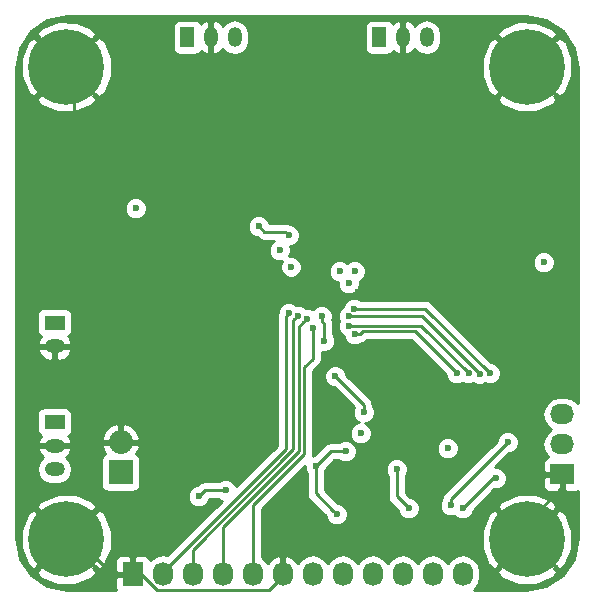
<source format=gbl>
G04 #@! TF.FileFunction,Copper,L2,Bot,Signal*
%FSLAX46Y46*%
G04 Gerber Fmt 4.6, Leading zero omitted, Abs format (unit mm)*
G04 Created by KiCad (PCBNEW 4.0.4-stable) date 11/14/16 21:20:41*
%MOMM*%
%LPD*%
G01*
G04 APERTURE LIST*
%ADD10C,0.100000*%
%ADD11R,1.700000X1.200000*%
%ADD12O,1.700000X1.200000*%
%ADD13R,2.032000X1.727200*%
%ADD14O,2.032000X1.727200*%
%ADD15R,2.032000X2.032000*%
%ADD16O,2.032000X2.032000*%
%ADD17R,1.200000X1.700000*%
%ADD18O,1.200000X1.700000*%
%ADD19C,6.400000*%
%ADD20C,0.600000*%
%ADD21R,1.727200X2.032000*%
%ADD22O,1.727200X2.032000*%
%ADD23C,0.250000*%
%ADD24C,0.254000*%
G04 APERTURE END LIST*
D10*
D11*
X48006000Y-39656000D03*
D12*
X48006000Y-41656000D03*
D11*
X48006000Y-48070000D03*
D12*
X48006000Y-50070000D03*
X48006000Y-52070000D03*
D13*
X91000000Y-52500000D03*
D14*
X91000000Y-49960000D03*
X91000000Y-47420000D03*
D15*
X53594000Y-52324000D03*
D16*
X53594000Y-49784000D03*
D17*
X59250000Y-15500000D03*
D18*
X61250000Y-15500000D03*
X63250000Y-15500000D03*
D17*
X75500000Y-15500000D03*
D18*
X77500000Y-15500000D03*
X79500000Y-15500000D03*
D19*
X88000000Y-58000000D03*
D20*
X90400000Y-58000000D03*
X89697056Y-59697056D03*
X88000000Y-60400000D03*
X86302944Y-59697056D03*
X85600000Y-58000000D03*
X86302944Y-56302944D03*
X88000000Y-55600000D03*
X89697056Y-56302944D03*
D19*
X49000000Y-58000000D03*
D20*
X51400000Y-58000000D03*
X50697056Y-59697056D03*
X49000000Y-60400000D03*
X47302944Y-59697056D03*
X46600000Y-58000000D03*
X47302944Y-56302944D03*
X49000000Y-55600000D03*
X50697056Y-56302944D03*
D19*
X88000000Y-18000000D03*
D20*
X90400000Y-18000000D03*
X89697056Y-19697056D03*
X88000000Y-20400000D03*
X86302944Y-19697056D03*
X85600000Y-18000000D03*
X86302944Y-16302944D03*
X88000000Y-15600000D03*
X89697056Y-16302944D03*
D19*
X49000000Y-18000000D03*
D20*
X51400000Y-18000000D03*
X50697056Y-19697056D03*
X49000000Y-20400000D03*
X47302944Y-19697056D03*
X46600000Y-18000000D03*
X47302944Y-16302944D03*
X49000000Y-15600000D03*
X50697056Y-16302944D03*
D21*
X54610000Y-60960000D03*
D22*
X57150000Y-60960000D03*
X59690000Y-60960000D03*
X62230000Y-60960000D03*
X64770000Y-60960000D03*
X67310000Y-60960000D03*
X69850000Y-60960000D03*
X72390000Y-60960000D03*
X74930000Y-60960000D03*
X77470000Y-60960000D03*
X80010000Y-60960000D03*
X82550000Y-60960000D03*
D20*
X48514000Y-31242000D03*
X71882000Y-37592000D03*
X56388000Y-51054000D03*
X66040000Y-34544000D03*
X68072000Y-37592000D03*
X73936231Y-33817667D03*
X59944008Y-41656000D03*
X62483994Y-35560000D03*
X81025984Y-35306000D03*
X82295992Y-30734000D03*
X50038000Y-22352000D03*
X49276000Y-22352000D03*
X48514000Y-22352000D03*
X47752000Y-22352000D03*
X46990000Y-22352000D03*
X46990000Y-23114000D03*
X47752000Y-23114000D03*
X48514000Y-23114000D03*
X49276000Y-23114000D03*
X50038000Y-23114000D03*
X50038000Y-23876000D03*
X49276000Y-23876000D03*
X48514000Y-23876000D03*
X47752000Y-23876000D03*
X46990000Y-23876000D03*
X86106000Y-42926000D03*
X73660000Y-37084000D03*
X75692000Y-27803010D03*
X76999948Y-30734000D03*
X80772000Y-27432000D03*
X70866000Y-35051978D03*
X66040000Y-41656000D03*
X74930000Y-41402000D03*
X79248000Y-49276000D03*
X75184000Y-50546000D03*
X73152000Y-18796000D03*
X81788000Y-19050000D03*
X59944000Y-44958000D03*
X59944000Y-46228000D03*
X59944000Y-48514000D03*
X65278000Y-19050000D03*
X57150000Y-19050000D03*
X61214000Y-28194000D03*
X57150000Y-45212000D03*
X57150000Y-31750000D03*
X54864000Y-27686000D03*
X49784000Y-34036000D03*
X72898000Y-36322000D03*
X86360000Y-49784000D03*
X68029576Y-34956387D03*
X67056000Y-33528000D03*
X71882000Y-55880000D03*
X70104000Y-51816000D03*
X60198000Y-54356000D03*
X62484004Y-53848000D03*
X70844902Y-41199999D03*
X72136003Y-35305997D03*
X70612000Y-39116000D03*
X89408000Y-34544000D03*
X73406000Y-35306000D03*
X81534000Y-55118000D03*
X81280000Y-50292000D03*
X72644000Y-50546000D03*
X73914000Y-49022000D03*
X54864000Y-29972000D03*
X67817984Y-38862000D03*
X68588651Y-39076796D03*
X69346417Y-39333331D03*
X69850000Y-40131998D03*
X85344000Y-52832000D03*
X71764990Y-44196000D03*
X74168004Y-47244000D03*
X82550000Y-55372000D03*
X76962000Y-52070000D03*
X77978000Y-55372000D03*
X82042000Y-43942000D03*
X73406000Y-40640000D03*
X72897992Y-39916011D03*
X83058000Y-43942000D03*
X72898006Y-39116000D03*
X83994056Y-43983941D03*
X73376236Y-38474664D03*
X84836000Y-43942000D03*
X65278000Y-31496000D03*
X67818000Y-32258000D03*
D23*
X49000000Y-18000000D02*
X49000000Y-18925002D01*
X49000000Y-18925002D02*
X49625001Y-19550003D01*
X49625001Y-19550003D02*
X49625001Y-22002999D01*
X49625001Y-22002999D02*
X49575999Y-22052001D01*
X49575999Y-22052001D02*
X49276000Y-22352000D01*
X49000000Y-58000000D02*
X49925002Y-58000000D01*
X49925002Y-58000000D02*
X52885002Y-60960000D01*
X53496400Y-60960000D02*
X54610000Y-60960000D01*
X52885002Y-60960000D02*
X53496400Y-60960000D01*
X88000000Y-58000000D02*
X88625001Y-57374999D01*
X88625001Y-57374999D02*
X88625001Y-55988599D01*
X88625001Y-55988599D02*
X91000000Y-53613600D01*
X91000000Y-53613600D02*
X91000000Y-52500000D01*
X54610000Y-60960000D02*
X55316652Y-60960000D01*
X55316652Y-60960000D02*
X56657662Y-62301010D01*
X56657662Y-62301010D02*
X66121390Y-62301010D01*
X66121390Y-62301010D02*
X67310000Y-61112400D01*
X67310000Y-61112400D02*
X67310000Y-60960000D01*
X81534000Y-55118000D02*
X81534000Y-54610000D01*
X81534000Y-54610000D02*
X86360000Y-49784000D01*
X70104000Y-54102000D02*
X71582001Y-55580001D01*
X71582001Y-55580001D02*
X71882000Y-55880000D01*
X70104000Y-51816000D02*
X70104000Y-54102000D01*
X72644000Y-50546000D02*
X71374000Y-50546000D01*
X71374000Y-50546000D02*
X70104000Y-51816000D01*
X62484004Y-53848000D02*
X60706000Y-53848000D01*
X60706000Y-53848000D02*
X60198000Y-54356000D01*
X70844902Y-39773166D02*
X70844902Y-41199999D01*
X70612000Y-39540264D02*
X70844902Y-39773166D01*
X70612000Y-39116000D02*
X70612000Y-39540264D01*
X67580889Y-39099095D02*
X67817984Y-38862000D01*
X57150000Y-60807600D02*
X67580889Y-50376711D01*
X57150000Y-60960000D02*
X57150000Y-60807600D01*
X67580889Y-50376711D02*
X67580889Y-39099095D01*
X68222011Y-39443436D02*
X68288652Y-39376795D01*
X59690000Y-60960000D02*
X59690000Y-58904010D01*
X59690000Y-58904010D02*
X68222011Y-50371999D01*
X68222011Y-50371999D02*
X68222011Y-39443436D01*
X68288652Y-39376795D02*
X68588651Y-39076796D01*
X68672020Y-50558400D02*
X68672020Y-40007728D01*
X69046418Y-39633330D02*
X69346417Y-39333331D01*
X62230000Y-60960000D02*
X62230000Y-57000420D01*
X62230000Y-57000420D02*
X68672020Y-50558400D01*
X68672020Y-40007728D02*
X69046418Y-39633330D01*
X69122030Y-50765970D02*
X64770000Y-55118000D01*
X64770000Y-55118000D02*
X64770000Y-60960000D01*
X69850000Y-42706030D02*
X69122030Y-43434000D01*
X69122030Y-43434000D02*
X69122030Y-50765970D01*
X69850000Y-40131998D02*
X69850000Y-42706030D01*
X85090000Y-52832000D02*
X85344000Y-52832000D01*
X82550000Y-55372000D02*
X85090000Y-52832000D01*
X72064989Y-44495999D02*
X71764990Y-44196000D01*
X74168004Y-46599014D02*
X72064989Y-44495999D01*
X74168004Y-47244000D02*
X74168004Y-46599014D01*
X77978000Y-55372000D02*
X76962000Y-54356000D01*
X76962000Y-54356000D02*
X76962000Y-52070000D01*
X74083242Y-40387022D02*
X78487022Y-40387022D01*
X78487022Y-40387022D02*
X82042000Y-43942000D01*
X73406000Y-40640000D02*
X73830264Y-40640000D01*
X73830264Y-40640000D02*
X74083242Y-40387022D01*
X79032011Y-39916011D02*
X73322256Y-39916011D01*
X83058000Y-43942000D02*
X79032011Y-39916011D01*
X73322256Y-39916011D02*
X72897992Y-39916011D01*
X73322270Y-39116000D02*
X72898006Y-39116000D01*
X79126115Y-39116000D02*
X73322270Y-39116000D01*
X83994056Y-43983941D02*
X79126115Y-39116000D01*
X84836000Y-43942000D02*
X79368664Y-38474664D01*
X73800500Y-38474664D02*
X73376236Y-38474664D01*
X79368664Y-38474664D02*
X73800500Y-38474664D01*
X65740001Y-31958001D02*
X65278000Y-31496000D01*
X67818000Y-32258000D02*
X67518001Y-31958001D01*
X67518001Y-31958001D02*
X65740001Y-31958001D01*
D24*
G36*
X89636390Y-14049408D02*
X91023654Y-14976349D01*
X91950592Y-16363610D01*
X92290000Y-18069931D01*
X92290000Y-46428553D01*
X92244415Y-46360330D01*
X91758234Y-46035474D01*
X91184745Y-45921400D01*
X90815255Y-45921400D01*
X90241766Y-46035474D01*
X89755585Y-46360330D01*
X89430729Y-46846511D01*
X89316655Y-47420000D01*
X89430729Y-47993489D01*
X89755585Y-48479670D01*
X90070366Y-48690000D01*
X89755585Y-48900330D01*
X89430729Y-49386511D01*
X89316655Y-49960000D01*
X89430729Y-50533489D01*
X89755585Y-51019670D01*
X89777780Y-51034500D01*
X89624302Y-51098073D01*
X89445673Y-51276701D01*
X89349000Y-51510090D01*
X89349000Y-52214250D01*
X89507750Y-52373000D01*
X90873000Y-52373000D01*
X90873000Y-52353000D01*
X91127000Y-52353000D01*
X91127000Y-52373000D01*
X91147000Y-52373000D01*
X91147000Y-52627000D01*
X91127000Y-52627000D01*
X91127000Y-53839850D01*
X91285750Y-53998600D01*
X92142309Y-53998600D01*
X92290000Y-53937424D01*
X92290000Y-57930069D01*
X91950592Y-59636390D01*
X91023654Y-61023651D01*
X89636390Y-61950592D01*
X87930069Y-62290000D01*
X83481583Y-62290000D01*
X83609670Y-62204415D01*
X83934526Y-61718234D01*
X84048600Y-61144745D01*
X84048600Y-60775255D01*
X83934526Y-60201766D01*
X83609670Y-59715585D01*
X83123489Y-59390729D01*
X82550000Y-59276655D01*
X81976511Y-59390729D01*
X81490330Y-59715585D01*
X81280000Y-60030366D01*
X81069670Y-59715585D01*
X80583489Y-59390729D01*
X80010000Y-59276655D01*
X79436511Y-59390729D01*
X78950330Y-59715585D01*
X78740000Y-60030366D01*
X78529670Y-59715585D01*
X78043489Y-59390729D01*
X77470000Y-59276655D01*
X76896511Y-59390729D01*
X76410330Y-59715585D01*
X76200000Y-60030366D01*
X75989670Y-59715585D01*
X75503489Y-59390729D01*
X74930000Y-59276655D01*
X74356511Y-59390729D01*
X73870330Y-59715585D01*
X73660000Y-60030366D01*
X73449670Y-59715585D01*
X72963489Y-59390729D01*
X72390000Y-59276655D01*
X71816511Y-59390729D01*
X71330330Y-59715585D01*
X71120000Y-60030366D01*
X70909670Y-59715585D01*
X70423489Y-59390729D01*
X69850000Y-59276655D01*
X69276511Y-59390729D01*
X68790330Y-59715585D01*
X68583539Y-60025069D01*
X68212036Y-59609268D01*
X67684791Y-59355291D01*
X67669026Y-59352642D01*
X67437000Y-59473783D01*
X67437000Y-60833000D01*
X67457000Y-60833000D01*
X67457000Y-61087000D01*
X67437000Y-61087000D01*
X67437000Y-61107000D01*
X67183000Y-61107000D01*
X67183000Y-61087000D01*
X67163000Y-61087000D01*
X67163000Y-60833000D01*
X67183000Y-60833000D01*
X67183000Y-59473783D01*
X66950974Y-59352642D01*
X66935209Y-59355291D01*
X66407964Y-59609268D01*
X66036461Y-60025069D01*
X65829670Y-59715585D01*
X65530000Y-59515352D01*
X65530000Y-58736793D01*
X84159913Y-58736793D01*
X84734181Y-60150246D01*
X84763657Y-60194360D01*
X85259090Y-60561305D01*
X85552075Y-60268320D01*
X85731523Y-60448082D01*
X85438695Y-60740910D01*
X85805640Y-61236343D01*
X87211171Y-61829736D01*
X88736793Y-61840087D01*
X90150246Y-61265819D01*
X90194360Y-61236343D01*
X90561305Y-60740910D01*
X90268320Y-60447925D01*
X90448082Y-60268477D01*
X90740910Y-60561305D01*
X91236343Y-60194360D01*
X91829736Y-58788829D01*
X91840087Y-57263207D01*
X91265819Y-55849754D01*
X91236343Y-55805640D01*
X90740910Y-55438695D01*
X90447925Y-55731680D01*
X90268477Y-55551918D01*
X90561305Y-55259090D01*
X90194360Y-54763657D01*
X88788829Y-54170264D01*
X87263207Y-54159913D01*
X85849754Y-54734181D01*
X85805640Y-54763657D01*
X85438695Y-55259090D01*
X85731680Y-55552075D01*
X85551918Y-55731523D01*
X85259090Y-55438695D01*
X84763657Y-55805640D01*
X84170264Y-57211171D01*
X84159913Y-58736793D01*
X65530000Y-58736793D01*
X65530000Y-55432802D01*
X69169019Y-51793783D01*
X69168838Y-52001167D01*
X69310883Y-52344943D01*
X69344000Y-52378118D01*
X69344000Y-54102000D01*
X69401852Y-54392839D01*
X69566599Y-54639401D01*
X70946878Y-56019680D01*
X70946838Y-56065167D01*
X71088883Y-56408943D01*
X71351673Y-56672192D01*
X71695201Y-56814838D01*
X72067167Y-56815162D01*
X72410943Y-56673117D01*
X72674192Y-56410327D01*
X72816838Y-56066799D01*
X72817162Y-55694833D01*
X72675117Y-55351057D01*
X72412327Y-55087808D01*
X72068799Y-54945162D01*
X72021923Y-54945121D01*
X70864000Y-53787198D01*
X70864000Y-52378463D01*
X70896192Y-52346327D01*
X70934045Y-52255167D01*
X76026838Y-52255167D01*
X76168883Y-52598943D01*
X76202000Y-52632118D01*
X76202000Y-54356000D01*
X76259852Y-54646839D01*
X76424599Y-54893401D01*
X77042878Y-55511680D01*
X77042838Y-55557167D01*
X77184883Y-55900943D01*
X77447673Y-56164192D01*
X77791201Y-56306838D01*
X78163167Y-56307162D01*
X78506943Y-56165117D01*
X78770192Y-55902327D01*
X78912838Y-55558799D01*
X78913060Y-55303167D01*
X80598838Y-55303167D01*
X80740883Y-55646943D01*
X81003673Y-55910192D01*
X81347201Y-56052838D01*
X81719167Y-56053162D01*
X81853449Y-55997678D01*
X82019673Y-56164192D01*
X82363201Y-56306838D01*
X82735167Y-56307162D01*
X83078943Y-56165117D01*
X83342192Y-55902327D01*
X83484838Y-55558799D01*
X83484879Y-55511923D01*
X85229901Y-53766901D01*
X85529167Y-53767162D01*
X85872943Y-53625117D01*
X86136192Y-53362327D01*
X86278838Y-53018799D01*
X86279040Y-52785750D01*
X89349000Y-52785750D01*
X89349000Y-53489910D01*
X89445673Y-53723299D01*
X89624302Y-53901927D01*
X89857691Y-53998600D01*
X90714250Y-53998600D01*
X90873000Y-53839850D01*
X90873000Y-52627000D01*
X89507750Y-52627000D01*
X89349000Y-52785750D01*
X86279040Y-52785750D01*
X86279162Y-52646833D01*
X86137117Y-52303057D01*
X85874327Y-52039808D01*
X85530799Y-51897162D01*
X85321822Y-51896980D01*
X86499680Y-50719122D01*
X86545167Y-50719162D01*
X86888943Y-50577117D01*
X87152192Y-50314327D01*
X87294838Y-49970799D01*
X87295162Y-49598833D01*
X87153117Y-49255057D01*
X86890327Y-48991808D01*
X86546799Y-48849162D01*
X86174833Y-48848838D01*
X85831057Y-48990883D01*
X85567808Y-49253673D01*
X85425162Y-49597201D01*
X85425121Y-49644077D01*
X80996599Y-54072599D01*
X80831852Y-54319161D01*
X80787518Y-54542043D01*
X80741808Y-54587673D01*
X80599162Y-54931201D01*
X80598838Y-55303167D01*
X78913060Y-55303167D01*
X78913162Y-55186833D01*
X78771117Y-54843057D01*
X78508327Y-54579808D01*
X78164799Y-54437162D01*
X78117923Y-54437121D01*
X77722000Y-54041198D01*
X77722000Y-52632463D01*
X77754192Y-52600327D01*
X77896838Y-52256799D01*
X77897162Y-51884833D01*
X77755117Y-51541057D01*
X77492327Y-51277808D01*
X77148799Y-51135162D01*
X76776833Y-51134838D01*
X76433057Y-51276883D01*
X76169808Y-51539673D01*
X76027162Y-51883201D01*
X76026838Y-52255167D01*
X70934045Y-52255167D01*
X71038838Y-52002799D01*
X71038879Y-51955923D01*
X71688802Y-51306000D01*
X72081537Y-51306000D01*
X72113673Y-51338192D01*
X72457201Y-51480838D01*
X72829167Y-51481162D01*
X73172943Y-51339117D01*
X73436192Y-51076327D01*
X73578838Y-50732799D01*
X73579060Y-50477167D01*
X80344838Y-50477167D01*
X80486883Y-50820943D01*
X80749673Y-51084192D01*
X81093201Y-51226838D01*
X81465167Y-51227162D01*
X81808943Y-51085117D01*
X82072192Y-50822327D01*
X82214838Y-50478799D01*
X82215162Y-50106833D01*
X82073117Y-49763057D01*
X81810327Y-49499808D01*
X81466799Y-49357162D01*
X81094833Y-49356838D01*
X80751057Y-49498883D01*
X80487808Y-49761673D01*
X80345162Y-50105201D01*
X80344838Y-50477167D01*
X73579060Y-50477167D01*
X73579162Y-50360833D01*
X73437117Y-50017057D01*
X73174327Y-49753808D01*
X72830799Y-49611162D01*
X72458833Y-49610838D01*
X72115057Y-49752883D01*
X72081882Y-49786000D01*
X71374000Y-49786000D01*
X71083160Y-49843852D01*
X70836599Y-50008599D01*
X69964320Y-50880878D01*
X69918833Y-50880838D01*
X69853839Y-50907693D01*
X69882030Y-50765970D01*
X69882030Y-44381167D01*
X70829828Y-44381167D01*
X70971873Y-44724943D01*
X71234663Y-44988192D01*
X71578191Y-45130838D01*
X71625067Y-45130879D01*
X73326534Y-46832346D01*
X73233166Y-47057201D01*
X73232842Y-47429167D01*
X73374887Y-47772943D01*
X73637677Y-48036192D01*
X73759710Y-48086865D01*
X73728833Y-48086838D01*
X73385057Y-48228883D01*
X73121808Y-48491673D01*
X72979162Y-48835201D01*
X72978838Y-49207167D01*
X73120883Y-49550943D01*
X73383673Y-49814192D01*
X73727201Y-49956838D01*
X74099167Y-49957162D01*
X74442943Y-49815117D01*
X74706192Y-49552327D01*
X74848838Y-49208799D01*
X74849162Y-48836833D01*
X74707117Y-48493057D01*
X74444327Y-48229808D01*
X74322294Y-48179135D01*
X74353171Y-48179162D01*
X74696947Y-48037117D01*
X74960196Y-47774327D01*
X75102842Y-47430799D01*
X75103166Y-47058833D01*
X74961121Y-46715057D01*
X74928004Y-46681882D01*
X74928004Y-46599014D01*
X74898539Y-46450883D01*
X74870152Y-46308174D01*
X74705405Y-46061613D01*
X72700112Y-44056320D01*
X72700152Y-44010833D01*
X72558107Y-43667057D01*
X72295317Y-43403808D01*
X71951789Y-43261162D01*
X71579823Y-43260838D01*
X71236047Y-43402883D01*
X70972798Y-43665673D01*
X70830152Y-44009201D01*
X70829828Y-44381167D01*
X69882030Y-44381167D01*
X69882030Y-43748802D01*
X70387401Y-43243431D01*
X70552148Y-42996869D01*
X70610000Y-42706030D01*
X70610000Y-42114863D01*
X70658103Y-42134837D01*
X71030069Y-42135161D01*
X71373845Y-41993116D01*
X71637094Y-41730326D01*
X71779740Y-41386798D01*
X71780064Y-41014832D01*
X71638019Y-40671056D01*
X71604902Y-40637881D01*
X71604902Y-40101178D01*
X71962830Y-40101178D01*
X72104875Y-40444954D01*
X72367665Y-40708203D01*
X72470903Y-40751071D01*
X72470838Y-40825167D01*
X72612883Y-41168943D01*
X72875673Y-41432192D01*
X73219201Y-41574838D01*
X73591167Y-41575162D01*
X73934943Y-41433117D01*
X74002422Y-41365755D01*
X74121103Y-41342148D01*
X74367665Y-41177401D01*
X74398044Y-41147022D01*
X78172220Y-41147022D01*
X81106878Y-44081680D01*
X81106838Y-44127167D01*
X81248883Y-44470943D01*
X81511673Y-44734192D01*
X81855201Y-44876838D01*
X82227167Y-44877162D01*
X82550371Y-44743617D01*
X82871201Y-44876838D01*
X83243167Y-44877162D01*
X83475673Y-44781093D01*
X83807257Y-44918779D01*
X84179223Y-44919103D01*
X84465811Y-44800687D01*
X84649201Y-44876838D01*
X85021167Y-44877162D01*
X85364943Y-44735117D01*
X85628192Y-44472327D01*
X85770838Y-44128799D01*
X85771162Y-43756833D01*
X85629117Y-43413057D01*
X85366327Y-43149808D01*
X85022799Y-43007162D01*
X84975923Y-43007121D01*
X79906065Y-37937263D01*
X79659503Y-37772516D01*
X79368664Y-37714664D01*
X73938699Y-37714664D01*
X73906563Y-37682472D01*
X73563035Y-37539826D01*
X73191069Y-37539502D01*
X72847293Y-37681547D01*
X72584044Y-37944337D01*
X72441398Y-38287865D01*
X72441394Y-38292997D01*
X72369063Y-38322883D01*
X72105814Y-38585673D01*
X71963168Y-38929201D01*
X71962844Y-39301167D01*
X72051649Y-39516093D01*
X71963154Y-39729212D01*
X71962830Y-40101178D01*
X71604902Y-40101178D01*
X71604902Y-39773166D01*
X71591311Y-39704838D01*
X71547050Y-39482326D01*
X71500944Y-39413324D01*
X71546838Y-39302799D01*
X71547162Y-38930833D01*
X71405117Y-38587057D01*
X71142327Y-38323808D01*
X70798799Y-38181162D01*
X70426833Y-38180838D01*
X70083057Y-38322883D01*
X69868040Y-38537525D01*
X69533216Y-38398493D01*
X69232407Y-38398231D01*
X69118978Y-38284604D01*
X68775450Y-38141958D01*
X68420026Y-38141648D01*
X68348311Y-38069808D01*
X68004783Y-37927162D01*
X67632817Y-37926838D01*
X67289041Y-38068883D01*
X67025792Y-38331673D01*
X66883146Y-38675201D01*
X66883036Y-38801829D01*
X66878741Y-38808256D01*
X66820889Y-39099095D01*
X66820889Y-50061909D01*
X63360923Y-53521875D01*
X63277121Y-53319057D01*
X63014331Y-53055808D01*
X62670803Y-52913162D01*
X62298837Y-52912838D01*
X61955061Y-53054883D01*
X61921886Y-53088000D01*
X60706000Y-53088000D01*
X60415161Y-53145852D01*
X60176979Y-53305000D01*
X60168599Y-53310599D01*
X60058320Y-53420878D01*
X60012833Y-53420838D01*
X59669057Y-53562883D01*
X59405808Y-53825673D01*
X59263162Y-54169201D01*
X59262838Y-54541167D01*
X59404883Y-54884943D01*
X59667673Y-55148192D01*
X60011201Y-55290838D01*
X60383167Y-55291162D01*
X60726943Y-55149117D01*
X60990192Y-54886327D01*
X61105764Y-54608000D01*
X61921541Y-54608000D01*
X61953677Y-54640192D01*
X62157833Y-54724965D01*
X57530464Y-59352334D01*
X57150000Y-59276655D01*
X56576511Y-59390729D01*
X56090330Y-59715585D01*
X56075500Y-59737780D01*
X56011927Y-59584302D01*
X55833299Y-59405673D01*
X55599910Y-59309000D01*
X54895750Y-59309000D01*
X54737000Y-59467750D01*
X54737000Y-60833000D01*
X54757000Y-60833000D01*
X54757000Y-61087000D01*
X54737000Y-61087000D01*
X54737000Y-61107000D01*
X54483000Y-61107000D01*
X54483000Y-61087000D01*
X53270150Y-61087000D01*
X53111400Y-61245750D01*
X53111400Y-62102309D01*
X53189144Y-62290000D01*
X49069931Y-62290000D01*
X47363610Y-61950592D01*
X45976349Y-61023654D01*
X45049408Y-59636390D01*
X44870468Y-58736793D01*
X45159913Y-58736793D01*
X45734181Y-60150246D01*
X45763657Y-60194360D01*
X46259090Y-60561305D01*
X46552075Y-60268320D01*
X46731523Y-60448082D01*
X46438695Y-60740910D01*
X46805640Y-61236343D01*
X48211171Y-61829736D01*
X49736793Y-61840087D01*
X51150246Y-61265819D01*
X51194360Y-61236343D01*
X51561305Y-60740910D01*
X51268320Y-60447925D01*
X51448082Y-60268477D01*
X51740910Y-60561305D01*
X52236343Y-60194360D01*
X52395366Y-59817691D01*
X53111400Y-59817691D01*
X53111400Y-60674250D01*
X53270150Y-60833000D01*
X54483000Y-60833000D01*
X54483000Y-59467750D01*
X54324250Y-59309000D01*
X53620090Y-59309000D01*
X53386701Y-59405673D01*
X53208073Y-59584302D01*
X53111400Y-59817691D01*
X52395366Y-59817691D01*
X52829736Y-58788829D01*
X52840087Y-57263207D01*
X52265819Y-55849754D01*
X52236343Y-55805640D01*
X51740910Y-55438695D01*
X51447925Y-55731680D01*
X51268477Y-55551918D01*
X51561305Y-55259090D01*
X51194360Y-54763657D01*
X49788829Y-54170264D01*
X48263207Y-54159913D01*
X46849754Y-54734181D01*
X46805640Y-54763657D01*
X46438695Y-55259090D01*
X46731680Y-55552075D01*
X46551918Y-55731523D01*
X46259090Y-55438695D01*
X45763657Y-55805640D01*
X45170264Y-57211171D01*
X45159913Y-58736793D01*
X44870468Y-58736793D01*
X44710000Y-57930069D01*
X44710000Y-52070000D01*
X46491907Y-52070000D01*
X46585916Y-52542614D01*
X46853630Y-52943277D01*
X47254293Y-53210991D01*
X47726907Y-53305000D01*
X48285093Y-53305000D01*
X48757707Y-53210991D01*
X49158370Y-52943277D01*
X49426084Y-52542614D01*
X49520093Y-52070000D01*
X49426084Y-51597386D01*
X49232723Y-51308000D01*
X51930560Y-51308000D01*
X51930560Y-53340000D01*
X51974838Y-53575317D01*
X52113910Y-53791441D01*
X52326110Y-53936431D01*
X52578000Y-53987440D01*
X54610000Y-53987440D01*
X54845317Y-53943162D01*
X55061441Y-53804090D01*
X55206431Y-53591890D01*
X55257440Y-53340000D01*
X55257440Y-51308000D01*
X55213162Y-51072683D01*
X55074090Y-50856559D01*
X54911052Y-50745160D01*
X55000385Y-50648818D01*
X55199975Y-50166944D01*
X55080836Y-49911000D01*
X53721000Y-49911000D01*
X53721000Y-49931000D01*
X53467000Y-49931000D01*
X53467000Y-49911000D01*
X52107164Y-49911000D01*
X51988025Y-50166944D01*
X52187615Y-50648818D01*
X52278097Y-50746398D01*
X52126559Y-50843910D01*
X51981569Y-51056110D01*
X51930560Y-51308000D01*
X49232723Y-51308000D01*
X49158370Y-51196723D01*
X48965109Y-51067590D01*
X49187933Y-50899125D01*
X49434286Y-50479376D01*
X49449462Y-50387609D01*
X49324731Y-50197000D01*
X48133000Y-50197000D01*
X48133000Y-50217000D01*
X47879000Y-50217000D01*
X47879000Y-50197000D01*
X46687269Y-50197000D01*
X46562538Y-50387609D01*
X46577714Y-50479376D01*
X46824067Y-50899125D01*
X47046891Y-51067590D01*
X46853630Y-51196723D01*
X46585916Y-51597386D01*
X46491907Y-52070000D01*
X44710000Y-52070000D01*
X44710000Y-47470000D01*
X46508560Y-47470000D01*
X46508560Y-48670000D01*
X46552838Y-48905317D01*
X46691910Y-49121441D01*
X46844309Y-49225571D01*
X46824067Y-49240875D01*
X46577714Y-49660624D01*
X46562538Y-49752391D01*
X46687269Y-49943000D01*
X47879000Y-49943000D01*
X47879000Y-49923000D01*
X48133000Y-49923000D01*
X48133000Y-49943000D01*
X49324731Y-49943000D01*
X49449462Y-49752391D01*
X49434286Y-49660624D01*
X49281945Y-49401056D01*
X51988025Y-49401056D01*
X52107164Y-49657000D01*
X53467000Y-49657000D01*
X53467000Y-48296633D01*
X53721000Y-48296633D01*
X53721000Y-49657000D01*
X55080836Y-49657000D01*
X55199975Y-49401056D01*
X55000385Y-48919182D01*
X54562379Y-48446812D01*
X53976946Y-48178017D01*
X53721000Y-48296633D01*
X53467000Y-48296633D01*
X53211054Y-48178017D01*
X52625621Y-48446812D01*
X52187615Y-48919182D01*
X51988025Y-49401056D01*
X49281945Y-49401056D01*
X49187933Y-49240875D01*
X49166580Y-49224731D01*
X49307441Y-49134090D01*
X49452431Y-48921890D01*
X49503440Y-48670000D01*
X49503440Y-47470000D01*
X49459162Y-47234683D01*
X49320090Y-47018559D01*
X49107890Y-46873569D01*
X48856000Y-46822560D01*
X47156000Y-46822560D01*
X46920683Y-46866838D01*
X46704559Y-47005910D01*
X46559569Y-47218110D01*
X46508560Y-47470000D01*
X44710000Y-47470000D01*
X44710000Y-41973609D01*
X46562538Y-41973609D01*
X46577714Y-42065376D01*
X46824067Y-42485125D01*
X47212299Y-42778647D01*
X47683304Y-42901256D01*
X47879000Y-42738547D01*
X47879000Y-41783000D01*
X48133000Y-41783000D01*
X48133000Y-42738547D01*
X48328696Y-42901256D01*
X48799701Y-42778647D01*
X49187933Y-42485125D01*
X49434286Y-42065376D01*
X49449462Y-41973609D01*
X49324731Y-41783000D01*
X48133000Y-41783000D01*
X47879000Y-41783000D01*
X46687269Y-41783000D01*
X46562538Y-41973609D01*
X44710000Y-41973609D01*
X44710000Y-39056000D01*
X46508560Y-39056000D01*
X46508560Y-40256000D01*
X46552838Y-40491317D01*
X46691910Y-40707441D01*
X46844309Y-40811571D01*
X46824067Y-40826875D01*
X46577714Y-41246624D01*
X46562538Y-41338391D01*
X46687269Y-41529000D01*
X47879000Y-41529000D01*
X47879000Y-41509000D01*
X48133000Y-41509000D01*
X48133000Y-41529000D01*
X49324731Y-41529000D01*
X49449462Y-41338391D01*
X49434286Y-41246624D01*
X49187933Y-40826875D01*
X49166580Y-40810731D01*
X49307441Y-40720090D01*
X49452431Y-40507890D01*
X49503440Y-40256000D01*
X49503440Y-39056000D01*
X49459162Y-38820683D01*
X49320090Y-38604559D01*
X49107890Y-38459569D01*
X48856000Y-38408560D01*
X47156000Y-38408560D01*
X46920683Y-38452838D01*
X46704559Y-38591910D01*
X46559569Y-38804110D01*
X46508560Y-39056000D01*
X44710000Y-39056000D01*
X44710000Y-31681167D01*
X64342838Y-31681167D01*
X64484883Y-32024943D01*
X64747673Y-32288192D01*
X65091201Y-32430838D01*
X65138077Y-32430879D01*
X65202600Y-32495402D01*
X65449162Y-32660149D01*
X65740001Y-32718001D01*
X66567915Y-32718001D01*
X66527057Y-32734883D01*
X66263808Y-32997673D01*
X66121162Y-33341201D01*
X66120838Y-33713167D01*
X66262883Y-34056943D01*
X66525673Y-34320192D01*
X66869201Y-34462838D01*
X67221985Y-34463145D01*
X67094738Y-34769588D01*
X67094414Y-35141554D01*
X67236459Y-35485330D01*
X67499249Y-35748579D01*
X67842777Y-35891225D01*
X68214743Y-35891549D01*
X68558519Y-35749504D01*
X68817310Y-35491164D01*
X71200841Y-35491164D01*
X71342886Y-35834940D01*
X71605676Y-36098189D01*
X71949204Y-36240835D01*
X71963070Y-36240847D01*
X71962838Y-36507167D01*
X72104883Y-36850943D01*
X72367673Y-37114192D01*
X72711201Y-37256838D01*
X73083167Y-37257162D01*
X73426943Y-37115117D01*
X73690192Y-36852327D01*
X73832838Y-36508799D01*
X73833158Y-36141174D01*
X73934943Y-36099117D01*
X74198192Y-35836327D01*
X74340838Y-35492799D01*
X74341162Y-35120833D01*
X74199117Y-34777057D01*
X74151311Y-34729167D01*
X88472838Y-34729167D01*
X88614883Y-35072943D01*
X88877673Y-35336192D01*
X89221201Y-35478838D01*
X89593167Y-35479162D01*
X89936943Y-35337117D01*
X90200192Y-35074327D01*
X90342838Y-34730799D01*
X90343162Y-34358833D01*
X90201117Y-34015057D01*
X89938327Y-33751808D01*
X89594799Y-33609162D01*
X89222833Y-33608838D01*
X88879057Y-33750883D01*
X88615808Y-34013673D01*
X88473162Y-34357201D01*
X88472838Y-34729167D01*
X74151311Y-34729167D01*
X73936327Y-34513808D01*
X73592799Y-34371162D01*
X73220833Y-34370838D01*
X72877057Y-34512883D01*
X72771049Y-34618707D01*
X72666330Y-34513805D01*
X72322802Y-34371159D01*
X71950836Y-34370835D01*
X71607060Y-34512880D01*
X71343811Y-34775670D01*
X71201165Y-35119198D01*
X71200841Y-35491164D01*
X68817310Y-35491164D01*
X68821768Y-35486714D01*
X68964414Y-35143186D01*
X68964738Y-34771220D01*
X68822693Y-34427444D01*
X68559903Y-34164195D01*
X68216375Y-34021549D01*
X67863591Y-34021242D01*
X67990838Y-33714799D01*
X67991162Y-33342833D01*
X67929293Y-33193098D01*
X68003167Y-33193162D01*
X68346943Y-33051117D01*
X68610192Y-32788327D01*
X68752838Y-32444799D01*
X68753162Y-32072833D01*
X68611117Y-31729057D01*
X68348327Y-31465808D01*
X68004799Y-31323162D01*
X67909451Y-31323079D01*
X67808840Y-31255853D01*
X67518001Y-31198001D01*
X66166541Y-31198001D01*
X66071117Y-30967057D01*
X65808327Y-30703808D01*
X65464799Y-30561162D01*
X65092833Y-30560838D01*
X64749057Y-30702883D01*
X64485808Y-30965673D01*
X64343162Y-31309201D01*
X64342838Y-31681167D01*
X44710000Y-31681167D01*
X44710000Y-30157167D01*
X53928838Y-30157167D01*
X54070883Y-30500943D01*
X54333673Y-30764192D01*
X54677201Y-30906838D01*
X55049167Y-30907162D01*
X55392943Y-30765117D01*
X55656192Y-30502327D01*
X55798838Y-30158799D01*
X55799162Y-29786833D01*
X55657117Y-29443057D01*
X55394327Y-29179808D01*
X55050799Y-29037162D01*
X54678833Y-29036838D01*
X54335057Y-29178883D01*
X54071808Y-29441673D01*
X53929162Y-29785201D01*
X53928838Y-30157167D01*
X44710000Y-30157167D01*
X44710000Y-18736793D01*
X45159913Y-18736793D01*
X45734181Y-20150246D01*
X45763657Y-20194360D01*
X46259090Y-20561305D01*
X46552075Y-20268320D01*
X46731523Y-20448082D01*
X46438695Y-20740910D01*
X46805640Y-21236343D01*
X48211171Y-21829736D01*
X49736793Y-21840087D01*
X51150246Y-21265819D01*
X51194360Y-21236343D01*
X51561305Y-20740910D01*
X51268320Y-20447925D01*
X51448082Y-20268477D01*
X51740910Y-20561305D01*
X52236343Y-20194360D01*
X52829736Y-18788829D01*
X52830089Y-18736793D01*
X84159913Y-18736793D01*
X84734181Y-20150246D01*
X84763657Y-20194360D01*
X85259090Y-20561305D01*
X85552075Y-20268320D01*
X85731523Y-20448082D01*
X85438695Y-20740910D01*
X85805640Y-21236343D01*
X87211171Y-21829736D01*
X88736793Y-21840087D01*
X90150246Y-21265819D01*
X90194360Y-21236343D01*
X90561305Y-20740910D01*
X90268320Y-20447925D01*
X90448082Y-20268477D01*
X90740910Y-20561305D01*
X91236343Y-20194360D01*
X91829736Y-18788829D01*
X91840087Y-17263207D01*
X91265819Y-15849754D01*
X91236343Y-15805640D01*
X90740910Y-15438695D01*
X90447925Y-15731680D01*
X90268477Y-15551918D01*
X90561305Y-15259090D01*
X90194360Y-14763657D01*
X88788829Y-14170264D01*
X87263207Y-14159913D01*
X85849754Y-14734181D01*
X85805640Y-14763657D01*
X85438695Y-15259090D01*
X85731680Y-15552075D01*
X85551918Y-15731523D01*
X85259090Y-15438695D01*
X84763657Y-15805640D01*
X84170264Y-17211171D01*
X84159913Y-18736793D01*
X52830089Y-18736793D01*
X52840087Y-17263207D01*
X52265819Y-15849754D01*
X52236343Y-15805640D01*
X51740910Y-15438695D01*
X51447925Y-15731680D01*
X51268477Y-15551918D01*
X51561305Y-15259090D01*
X51194360Y-14763657D01*
X50925149Y-14650000D01*
X58002560Y-14650000D01*
X58002560Y-16350000D01*
X58046838Y-16585317D01*
X58185910Y-16801441D01*
X58398110Y-16946431D01*
X58650000Y-16997440D01*
X59850000Y-16997440D01*
X60085317Y-16953162D01*
X60301441Y-16814090D01*
X60405571Y-16661691D01*
X60420875Y-16681933D01*
X60840624Y-16928286D01*
X60932391Y-16943462D01*
X61123000Y-16818731D01*
X61123000Y-15627000D01*
X61103000Y-15627000D01*
X61103000Y-15373000D01*
X61123000Y-15373000D01*
X61123000Y-14181269D01*
X61377000Y-14181269D01*
X61377000Y-15373000D01*
X61397000Y-15373000D01*
X61397000Y-15627000D01*
X61377000Y-15627000D01*
X61377000Y-16818731D01*
X61567609Y-16943462D01*
X61659376Y-16928286D01*
X62079125Y-16681933D01*
X62247590Y-16459109D01*
X62376723Y-16652370D01*
X62777386Y-16920084D01*
X63250000Y-17014093D01*
X63722614Y-16920084D01*
X64123277Y-16652370D01*
X64390991Y-16251707D01*
X64485000Y-15779093D01*
X64485000Y-15220907D01*
X64390991Y-14748293D01*
X64325314Y-14650000D01*
X74252560Y-14650000D01*
X74252560Y-16350000D01*
X74296838Y-16585317D01*
X74435910Y-16801441D01*
X74648110Y-16946431D01*
X74900000Y-16997440D01*
X76100000Y-16997440D01*
X76335317Y-16953162D01*
X76551441Y-16814090D01*
X76655571Y-16661691D01*
X76670875Y-16681933D01*
X77090624Y-16928286D01*
X77182391Y-16943462D01*
X77373000Y-16818731D01*
X77373000Y-15627000D01*
X77353000Y-15627000D01*
X77353000Y-15373000D01*
X77373000Y-15373000D01*
X77373000Y-14181269D01*
X77627000Y-14181269D01*
X77627000Y-15373000D01*
X77647000Y-15373000D01*
X77647000Y-15627000D01*
X77627000Y-15627000D01*
X77627000Y-16818731D01*
X77817609Y-16943462D01*
X77909376Y-16928286D01*
X78329125Y-16681933D01*
X78497590Y-16459109D01*
X78626723Y-16652370D01*
X79027386Y-16920084D01*
X79500000Y-17014093D01*
X79972614Y-16920084D01*
X80373277Y-16652370D01*
X80640991Y-16251707D01*
X80735000Y-15779093D01*
X80735000Y-15220907D01*
X80640991Y-14748293D01*
X80373277Y-14347630D01*
X79972614Y-14079916D01*
X79500000Y-13985907D01*
X79027386Y-14079916D01*
X78626723Y-14347630D01*
X78497590Y-14540891D01*
X78329125Y-14318067D01*
X77909376Y-14071714D01*
X77817609Y-14056538D01*
X77627000Y-14181269D01*
X77373000Y-14181269D01*
X77182391Y-14056538D01*
X77090624Y-14071714D01*
X76670875Y-14318067D01*
X76654731Y-14339420D01*
X76564090Y-14198559D01*
X76351890Y-14053569D01*
X76100000Y-14002560D01*
X74900000Y-14002560D01*
X74664683Y-14046838D01*
X74448559Y-14185910D01*
X74303569Y-14398110D01*
X74252560Y-14650000D01*
X64325314Y-14650000D01*
X64123277Y-14347630D01*
X63722614Y-14079916D01*
X63250000Y-13985907D01*
X62777386Y-14079916D01*
X62376723Y-14347630D01*
X62247590Y-14540891D01*
X62079125Y-14318067D01*
X61659376Y-14071714D01*
X61567609Y-14056538D01*
X61377000Y-14181269D01*
X61123000Y-14181269D01*
X60932391Y-14056538D01*
X60840624Y-14071714D01*
X60420875Y-14318067D01*
X60404731Y-14339420D01*
X60314090Y-14198559D01*
X60101890Y-14053569D01*
X59850000Y-14002560D01*
X58650000Y-14002560D01*
X58414683Y-14046838D01*
X58198559Y-14185910D01*
X58053569Y-14398110D01*
X58002560Y-14650000D01*
X50925149Y-14650000D01*
X49788829Y-14170264D01*
X48263207Y-14159913D01*
X46849754Y-14734181D01*
X46805640Y-14763657D01*
X46438695Y-15259090D01*
X46731680Y-15552075D01*
X46551918Y-15731523D01*
X46259090Y-15438695D01*
X45763657Y-15805640D01*
X45170264Y-17211171D01*
X45159913Y-18736793D01*
X44710000Y-18736793D01*
X44710000Y-18069931D01*
X45049408Y-16363610D01*
X45976349Y-14976346D01*
X47363610Y-14049408D01*
X49069931Y-13710000D01*
X87930069Y-13710000D01*
X89636390Y-14049408D01*
X89636390Y-14049408D01*
G37*
X89636390Y-14049408D02*
X91023654Y-14976349D01*
X91950592Y-16363610D01*
X92290000Y-18069931D01*
X92290000Y-46428553D01*
X92244415Y-46360330D01*
X91758234Y-46035474D01*
X91184745Y-45921400D01*
X90815255Y-45921400D01*
X90241766Y-46035474D01*
X89755585Y-46360330D01*
X89430729Y-46846511D01*
X89316655Y-47420000D01*
X89430729Y-47993489D01*
X89755585Y-48479670D01*
X90070366Y-48690000D01*
X89755585Y-48900330D01*
X89430729Y-49386511D01*
X89316655Y-49960000D01*
X89430729Y-50533489D01*
X89755585Y-51019670D01*
X89777780Y-51034500D01*
X89624302Y-51098073D01*
X89445673Y-51276701D01*
X89349000Y-51510090D01*
X89349000Y-52214250D01*
X89507750Y-52373000D01*
X90873000Y-52373000D01*
X90873000Y-52353000D01*
X91127000Y-52353000D01*
X91127000Y-52373000D01*
X91147000Y-52373000D01*
X91147000Y-52627000D01*
X91127000Y-52627000D01*
X91127000Y-53839850D01*
X91285750Y-53998600D01*
X92142309Y-53998600D01*
X92290000Y-53937424D01*
X92290000Y-57930069D01*
X91950592Y-59636390D01*
X91023654Y-61023651D01*
X89636390Y-61950592D01*
X87930069Y-62290000D01*
X83481583Y-62290000D01*
X83609670Y-62204415D01*
X83934526Y-61718234D01*
X84048600Y-61144745D01*
X84048600Y-60775255D01*
X83934526Y-60201766D01*
X83609670Y-59715585D01*
X83123489Y-59390729D01*
X82550000Y-59276655D01*
X81976511Y-59390729D01*
X81490330Y-59715585D01*
X81280000Y-60030366D01*
X81069670Y-59715585D01*
X80583489Y-59390729D01*
X80010000Y-59276655D01*
X79436511Y-59390729D01*
X78950330Y-59715585D01*
X78740000Y-60030366D01*
X78529670Y-59715585D01*
X78043489Y-59390729D01*
X77470000Y-59276655D01*
X76896511Y-59390729D01*
X76410330Y-59715585D01*
X76200000Y-60030366D01*
X75989670Y-59715585D01*
X75503489Y-59390729D01*
X74930000Y-59276655D01*
X74356511Y-59390729D01*
X73870330Y-59715585D01*
X73660000Y-60030366D01*
X73449670Y-59715585D01*
X72963489Y-59390729D01*
X72390000Y-59276655D01*
X71816511Y-59390729D01*
X71330330Y-59715585D01*
X71120000Y-60030366D01*
X70909670Y-59715585D01*
X70423489Y-59390729D01*
X69850000Y-59276655D01*
X69276511Y-59390729D01*
X68790330Y-59715585D01*
X68583539Y-60025069D01*
X68212036Y-59609268D01*
X67684791Y-59355291D01*
X67669026Y-59352642D01*
X67437000Y-59473783D01*
X67437000Y-60833000D01*
X67457000Y-60833000D01*
X67457000Y-61087000D01*
X67437000Y-61087000D01*
X67437000Y-61107000D01*
X67183000Y-61107000D01*
X67183000Y-61087000D01*
X67163000Y-61087000D01*
X67163000Y-60833000D01*
X67183000Y-60833000D01*
X67183000Y-59473783D01*
X66950974Y-59352642D01*
X66935209Y-59355291D01*
X66407964Y-59609268D01*
X66036461Y-60025069D01*
X65829670Y-59715585D01*
X65530000Y-59515352D01*
X65530000Y-58736793D01*
X84159913Y-58736793D01*
X84734181Y-60150246D01*
X84763657Y-60194360D01*
X85259090Y-60561305D01*
X85552075Y-60268320D01*
X85731523Y-60448082D01*
X85438695Y-60740910D01*
X85805640Y-61236343D01*
X87211171Y-61829736D01*
X88736793Y-61840087D01*
X90150246Y-61265819D01*
X90194360Y-61236343D01*
X90561305Y-60740910D01*
X90268320Y-60447925D01*
X90448082Y-60268477D01*
X90740910Y-60561305D01*
X91236343Y-60194360D01*
X91829736Y-58788829D01*
X91840087Y-57263207D01*
X91265819Y-55849754D01*
X91236343Y-55805640D01*
X90740910Y-55438695D01*
X90447925Y-55731680D01*
X90268477Y-55551918D01*
X90561305Y-55259090D01*
X90194360Y-54763657D01*
X88788829Y-54170264D01*
X87263207Y-54159913D01*
X85849754Y-54734181D01*
X85805640Y-54763657D01*
X85438695Y-55259090D01*
X85731680Y-55552075D01*
X85551918Y-55731523D01*
X85259090Y-55438695D01*
X84763657Y-55805640D01*
X84170264Y-57211171D01*
X84159913Y-58736793D01*
X65530000Y-58736793D01*
X65530000Y-55432802D01*
X69169019Y-51793783D01*
X69168838Y-52001167D01*
X69310883Y-52344943D01*
X69344000Y-52378118D01*
X69344000Y-54102000D01*
X69401852Y-54392839D01*
X69566599Y-54639401D01*
X70946878Y-56019680D01*
X70946838Y-56065167D01*
X71088883Y-56408943D01*
X71351673Y-56672192D01*
X71695201Y-56814838D01*
X72067167Y-56815162D01*
X72410943Y-56673117D01*
X72674192Y-56410327D01*
X72816838Y-56066799D01*
X72817162Y-55694833D01*
X72675117Y-55351057D01*
X72412327Y-55087808D01*
X72068799Y-54945162D01*
X72021923Y-54945121D01*
X70864000Y-53787198D01*
X70864000Y-52378463D01*
X70896192Y-52346327D01*
X70934045Y-52255167D01*
X76026838Y-52255167D01*
X76168883Y-52598943D01*
X76202000Y-52632118D01*
X76202000Y-54356000D01*
X76259852Y-54646839D01*
X76424599Y-54893401D01*
X77042878Y-55511680D01*
X77042838Y-55557167D01*
X77184883Y-55900943D01*
X77447673Y-56164192D01*
X77791201Y-56306838D01*
X78163167Y-56307162D01*
X78506943Y-56165117D01*
X78770192Y-55902327D01*
X78912838Y-55558799D01*
X78913060Y-55303167D01*
X80598838Y-55303167D01*
X80740883Y-55646943D01*
X81003673Y-55910192D01*
X81347201Y-56052838D01*
X81719167Y-56053162D01*
X81853449Y-55997678D01*
X82019673Y-56164192D01*
X82363201Y-56306838D01*
X82735167Y-56307162D01*
X83078943Y-56165117D01*
X83342192Y-55902327D01*
X83484838Y-55558799D01*
X83484879Y-55511923D01*
X85229901Y-53766901D01*
X85529167Y-53767162D01*
X85872943Y-53625117D01*
X86136192Y-53362327D01*
X86278838Y-53018799D01*
X86279040Y-52785750D01*
X89349000Y-52785750D01*
X89349000Y-53489910D01*
X89445673Y-53723299D01*
X89624302Y-53901927D01*
X89857691Y-53998600D01*
X90714250Y-53998600D01*
X90873000Y-53839850D01*
X90873000Y-52627000D01*
X89507750Y-52627000D01*
X89349000Y-52785750D01*
X86279040Y-52785750D01*
X86279162Y-52646833D01*
X86137117Y-52303057D01*
X85874327Y-52039808D01*
X85530799Y-51897162D01*
X85321822Y-51896980D01*
X86499680Y-50719122D01*
X86545167Y-50719162D01*
X86888943Y-50577117D01*
X87152192Y-50314327D01*
X87294838Y-49970799D01*
X87295162Y-49598833D01*
X87153117Y-49255057D01*
X86890327Y-48991808D01*
X86546799Y-48849162D01*
X86174833Y-48848838D01*
X85831057Y-48990883D01*
X85567808Y-49253673D01*
X85425162Y-49597201D01*
X85425121Y-49644077D01*
X80996599Y-54072599D01*
X80831852Y-54319161D01*
X80787518Y-54542043D01*
X80741808Y-54587673D01*
X80599162Y-54931201D01*
X80598838Y-55303167D01*
X78913060Y-55303167D01*
X78913162Y-55186833D01*
X78771117Y-54843057D01*
X78508327Y-54579808D01*
X78164799Y-54437162D01*
X78117923Y-54437121D01*
X77722000Y-54041198D01*
X77722000Y-52632463D01*
X77754192Y-52600327D01*
X77896838Y-52256799D01*
X77897162Y-51884833D01*
X77755117Y-51541057D01*
X77492327Y-51277808D01*
X77148799Y-51135162D01*
X76776833Y-51134838D01*
X76433057Y-51276883D01*
X76169808Y-51539673D01*
X76027162Y-51883201D01*
X76026838Y-52255167D01*
X70934045Y-52255167D01*
X71038838Y-52002799D01*
X71038879Y-51955923D01*
X71688802Y-51306000D01*
X72081537Y-51306000D01*
X72113673Y-51338192D01*
X72457201Y-51480838D01*
X72829167Y-51481162D01*
X73172943Y-51339117D01*
X73436192Y-51076327D01*
X73578838Y-50732799D01*
X73579060Y-50477167D01*
X80344838Y-50477167D01*
X80486883Y-50820943D01*
X80749673Y-51084192D01*
X81093201Y-51226838D01*
X81465167Y-51227162D01*
X81808943Y-51085117D01*
X82072192Y-50822327D01*
X82214838Y-50478799D01*
X82215162Y-50106833D01*
X82073117Y-49763057D01*
X81810327Y-49499808D01*
X81466799Y-49357162D01*
X81094833Y-49356838D01*
X80751057Y-49498883D01*
X80487808Y-49761673D01*
X80345162Y-50105201D01*
X80344838Y-50477167D01*
X73579060Y-50477167D01*
X73579162Y-50360833D01*
X73437117Y-50017057D01*
X73174327Y-49753808D01*
X72830799Y-49611162D01*
X72458833Y-49610838D01*
X72115057Y-49752883D01*
X72081882Y-49786000D01*
X71374000Y-49786000D01*
X71083160Y-49843852D01*
X70836599Y-50008599D01*
X69964320Y-50880878D01*
X69918833Y-50880838D01*
X69853839Y-50907693D01*
X69882030Y-50765970D01*
X69882030Y-44381167D01*
X70829828Y-44381167D01*
X70971873Y-44724943D01*
X71234663Y-44988192D01*
X71578191Y-45130838D01*
X71625067Y-45130879D01*
X73326534Y-46832346D01*
X73233166Y-47057201D01*
X73232842Y-47429167D01*
X73374887Y-47772943D01*
X73637677Y-48036192D01*
X73759710Y-48086865D01*
X73728833Y-48086838D01*
X73385057Y-48228883D01*
X73121808Y-48491673D01*
X72979162Y-48835201D01*
X72978838Y-49207167D01*
X73120883Y-49550943D01*
X73383673Y-49814192D01*
X73727201Y-49956838D01*
X74099167Y-49957162D01*
X74442943Y-49815117D01*
X74706192Y-49552327D01*
X74848838Y-49208799D01*
X74849162Y-48836833D01*
X74707117Y-48493057D01*
X74444327Y-48229808D01*
X74322294Y-48179135D01*
X74353171Y-48179162D01*
X74696947Y-48037117D01*
X74960196Y-47774327D01*
X75102842Y-47430799D01*
X75103166Y-47058833D01*
X74961121Y-46715057D01*
X74928004Y-46681882D01*
X74928004Y-46599014D01*
X74898539Y-46450883D01*
X74870152Y-46308174D01*
X74705405Y-46061613D01*
X72700112Y-44056320D01*
X72700152Y-44010833D01*
X72558107Y-43667057D01*
X72295317Y-43403808D01*
X71951789Y-43261162D01*
X71579823Y-43260838D01*
X71236047Y-43402883D01*
X70972798Y-43665673D01*
X70830152Y-44009201D01*
X70829828Y-44381167D01*
X69882030Y-44381167D01*
X69882030Y-43748802D01*
X70387401Y-43243431D01*
X70552148Y-42996869D01*
X70610000Y-42706030D01*
X70610000Y-42114863D01*
X70658103Y-42134837D01*
X71030069Y-42135161D01*
X71373845Y-41993116D01*
X71637094Y-41730326D01*
X71779740Y-41386798D01*
X71780064Y-41014832D01*
X71638019Y-40671056D01*
X71604902Y-40637881D01*
X71604902Y-40101178D01*
X71962830Y-40101178D01*
X72104875Y-40444954D01*
X72367665Y-40708203D01*
X72470903Y-40751071D01*
X72470838Y-40825167D01*
X72612883Y-41168943D01*
X72875673Y-41432192D01*
X73219201Y-41574838D01*
X73591167Y-41575162D01*
X73934943Y-41433117D01*
X74002422Y-41365755D01*
X74121103Y-41342148D01*
X74367665Y-41177401D01*
X74398044Y-41147022D01*
X78172220Y-41147022D01*
X81106878Y-44081680D01*
X81106838Y-44127167D01*
X81248883Y-44470943D01*
X81511673Y-44734192D01*
X81855201Y-44876838D01*
X82227167Y-44877162D01*
X82550371Y-44743617D01*
X82871201Y-44876838D01*
X83243167Y-44877162D01*
X83475673Y-44781093D01*
X83807257Y-44918779D01*
X84179223Y-44919103D01*
X84465811Y-44800687D01*
X84649201Y-44876838D01*
X85021167Y-44877162D01*
X85364943Y-44735117D01*
X85628192Y-44472327D01*
X85770838Y-44128799D01*
X85771162Y-43756833D01*
X85629117Y-43413057D01*
X85366327Y-43149808D01*
X85022799Y-43007162D01*
X84975923Y-43007121D01*
X79906065Y-37937263D01*
X79659503Y-37772516D01*
X79368664Y-37714664D01*
X73938699Y-37714664D01*
X73906563Y-37682472D01*
X73563035Y-37539826D01*
X73191069Y-37539502D01*
X72847293Y-37681547D01*
X72584044Y-37944337D01*
X72441398Y-38287865D01*
X72441394Y-38292997D01*
X72369063Y-38322883D01*
X72105814Y-38585673D01*
X71963168Y-38929201D01*
X71962844Y-39301167D01*
X72051649Y-39516093D01*
X71963154Y-39729212D01*
X71962830Y-40101178D01*
X71604902Y-40101178D01*
X71604902Y-39773166D01*
X71591311Y-39704838D01*
X71547050Y-39482326D01*
X71500944Y-39413324D01*
X71546838Y-39302799D01*
X71547162Y-38930833D01*
X71405117Y-38587057D01*
X71142327Y-38323808D01*
X70798799Y-38181162D01*
X70426833Y-38180838D01*
X70083057Y-38322883D01*
X69868040Y-38537525D01*
X69533216Y-38398493D01*
X69232407Y-38398231D01*
X69118978Y-38284604D01*
X68775450Y-38141958D01*
X68420026Y-38141648D01*
X68348311Y-38069808D01*
X68004783Y-37927162D01*
X67632817Y-37926838D01*
X67289041Y-38068883D01*
X67025792Y-38331673D01*
X66883146Y-38675201D01*
X66883036Y-38801829D01*
X66878741Y-38808256D01*
X66820889Y-39099095D01*
X66820889Y-50061909D01*
X63360923Y-53521875D01*
X63277121Y-53319057D01*
X63014331Y-53055808D01*
X62670803Y-52913162D01*
X62298837Y-52912838D01*
X61955061Y-53054883D01*
X61921886Y-53088000D01*
X60706000Y-53088000D01*
X60415161Y-53145852D01*
X60176979Y-53305000D01*
X60168599Y-53310599D01*
X60058320Y-53420878D01*
X60012833Y-53420838D01*
X59669057Y-53562883D01*
X59405808Y-53825673D01*
X59263162Y-54169201D01*
X59262838Y-54541167D01*
X59404883Y-54884943D01*
X59667673Y-55148192D01*
X60011201Y-55290838D01*
X60383167Y-55291162D01*
X60726943Y-55149117D01*
X60990192Y-54886327D01*
X61105764Y-54608000D01*
X61921541Y-54608000D01*
X61953677Y-54640192D01*
X62157833Y-54724965D01*
X57530464Y-59352334D01*
X57150000Y-59276655D01*
X56576511Y-59390729D01*
X56090330Y-59715585D01*
X56075500Y-59737780D01*
X56011927Y-59584302D01*
X55833299Y-59405673D01*
X55599910Y-59309000D01*
X54895750Y-59309000D01*
X54737000Y-59467750D01*
X54737000Y-60833000D01*
X54757000Y-60833000D01*
X54757000Y-61087000D01*
X54737000Y-61087000D01*
X54737000Y-61107000D01*
X54483000Y-61107000D01*
X54483000Y-61087000D01*
X53270150Y-61087000D01*
X53111400Y-61245750D01*
X53111400Y-62102309D01*
X53189144Y-62290000D01*
X49069931Y-62290000D01*
X47363610Y-61950592D01*
X45976349Y-61023654D01*
X45049408Y-59636390D01*
X44870468Y-58736793D01*
X45159913Y-58736793D01*
X45734181Y-60150246D01*
X45763657Y-60194360D01*
X46259090Y-60561305D01*
X46552075Y-60268320D01*
X46731523Y-60448082D01*
X46438695Y-60740910D01*
X46805640Y-61236343D01*
X48211171Y-61829736D01*
X49736793Y-61840087D01*
X51150246Y-61265819D01*
X51194360Y-61236343D01*
X51561305Y-60740910D01*
X51268320Y-60447925D01*
X51448082Y-60268477D01*
X51740910Y-60561305D01*
X52236343Y-60194360D01*
X52395366Y-59817691D01*
X53111400Y-59817691D01*
X53111400Y-60674250D01*
X53270150Y-60833000D01*
X54483000Y-60833000D01*
X54483000Y-59467750D01*
X54324250Y-59309000D01*
X53620090Y-59309000D01*
X53386701Y-59405673D01*
X53208073Y-59584302D01*
X53111400Y-59817691D01*
X52395366Y-59817691D01*
X52829736Y-58788829D01*
X52840087Y-57263207D01*
X52265819Y-55849754D01*
X52236343Y-55805640D01*
X51740910Y-55438695D01*
X51447925Y-55731680D01*
X51268477Y-55551918D01*
X51561305Y-55259090D01*
X51194360Y-54763657D01*
X49788829Y-54170264D01*
X48263207Y-54159913D01*
X46849754Y-54734181D01*
X46805640Y-54763657D01*
X46438695Y-55259090D01*
X46731680Y-55552075D01*
X46551918Y-55731523D01*
X46259090Y-55438695D01*
X45763657Y-55805640D01*
X45170264Y-57211171D01*
X45159913Y-58736793D01*
X44870468Y-58736793D01*
X44710000Y-57930069D01*
X44710000Y-52070000D01*
X46491907Y-52070000D01*
X46585916Y-52542614D01*
X46853630Y-52943277D01*
X47254293Y-53210991D01*
X47726907Y-53305000D01*
X48285093Y-53305000D01*
X48757707Y-53210991D01*
X49158370Y-52943277D01*
X49426084Y-52542614D01*
X49520093Y-52070000D01*
X49426084Y-51597386D01*
X49232723Y-51308000D01*
X51930560Y-51308000D01*
X51930560Y-53340000D01*
X51974838Y-53575317D01*
X52113910Y-53791441D01*
X52326110Y-53936431D01*
X52578000Y-53987440D01*
X54610000Y-53987440D01*
X54845317Y-53943162D01*
X55061441Y-53804090D01*
X55206431Y-53591890D01*
X55257440Y-53340000D01*
X55257440Y-51308000D01*
X55213162Y-51072683D01*
X55074090Y-50856559D01*
X54911052Y-50745160D01*
X55000385Y-50648818D01*
X55199975Y-50166944D01*
X55080836Y-49911000D01*
X53721000Y-49911000D01*
X53721000Y-49931000D01*
X53467000Y-49931000D01*
X53467000Y-49911000D01*
X52107164Y-49911000D01*
X51988025Y-50166944D01*
X52187615Y-50648818D01*
X52278097Y-50746398D01*
X52126559Y-50843910D01*
X51981569Y-51056110D01*
X51930560Y-51308000D01*
X49232723Y-51308000D01*
X49158370Y-51196723D01*
X48965109Y-51067590D01*
X49187933Y-50899125D01*
X49434286Y-50479376D01*
X49449462Y-50387609D01*
X49324731Y-50197000D01*
X48133000Y-50197000D01*
X48133000Y-50217000D01*
X47879000Y-50217000D01*
X47879000Y-50197000D01*
X46687269Y-50197000D01*
X46562538Y-50387609D01*
X46577714Y-50479376D01*
X46824067Y-50899125D01*
X47046891Y-51067590D01*
X46853630Y-51196723D01*
X46585916Y-51597386D01*
X46491907Y-52070000D01*
X44710000Y-52070000D01*
X44710000Y-47470000D01*
X46508560Y-47470000D01*
X46508560Y-48670000D01*
X46552838Y-48905317D01*
X46691910Y-49121441D01*
X46844309Y-49225571D01*
X46824067Y-49240875D01*
X46577714Y-49660624D01*
X46562538Y-49752391D01*
X46687269Y-49943000D01*
X47879000Y-49943000D01*
X47879000Y-49923000D01*
X48133000Y-49923000D01*
X48133000Y-49943000D01*
X49324731Y-49943000D01*
X49449462Y-49752391D01*
X49434286Y-49660624D01*
X49281945Y-49401056D01*
X51988025Y-49401056D01*
X52107164Y-49657000D01*
X53467000Y-49657000D01*
X53467000Y-48296633D01*
X53721000Y-48296633D01*
X53721000Y-49657000D01*
X55080836Y-49657000D01*
X55199975Y-49401056D01*
X55000385Y-48919182D01*
X54562379Y-48446812D01*
X53976946Y-48178017D01*
X53721000Y-48296633D01*
X53467000Y-48296633D01*
X53211054Y-48178017D01*
X52625621Y-48446812D01*
X52187615Y-48919182D01*
X51988025Y-49401056D01*
X49281945Y-49401056D01*
X49187933Y-49240875D01*
X49166580Y-49224731D01*
X49307441Y-49134090D01*
X49452431Y-48921890D01*
X49503440Y-48670000D01*
X49503440Y-47470000D01*
X49459162Y-47234683D01*
X49320090Y-47018559D01*
X49107890Y-46873569D01*
X48856000Y-46822560D01*
X47156000Y-46822560D01*
X46920683Y-46866838D01*
X46704559Y-47005910D01*
X46559569Y-47218110D01*
X46508560Y-47470000D01*
X44710000Y-47470000D01*
X44710000Y-41973609D01*
X46562538Y-41973609D01*
X46577714Y-42065376D01*
X46824067Y-42485125D01*
X47212299Y-42778647D01*
X47683304Y-42901256D01*
X47879000Y-42738547D01*
X47879000Y-41783000D01*
X48133000Y-41783000D01*
X48133000Y-42738547D01*
X48328696Y-42901256D01*
X48799701Y-42778647D01*
X49187933Y-42485125D01*
X49434286Y-42065376D01*
X49449462Y-41973609D01*
X49324731Y-41783000D01*
X48133000Y-41783000D01*
X47879000Y-41783000D01*
X46687269Y-41783000D01*
X46562538Y-41973609D01*
X44710000Y-41973609D01*
X44710000Y-39056000D01*
X46508560Y-39056000D01*
X46508560Y-40256000D01*
X46552838Y-40491317D01*
X46691910Y-40707441D01*
X46844309Y-40811571D01*
X46824067Y-40826875D01*
X46577714Y-41246624D01*
X46562538Y-41338391D01*
X46687269Y-41529000D01*
X47879000Y-41529000D01*
X47879000Y-41509000D01*
X48133000Y-41509000D01*
X48133000Y-41529000D01*
X49324731Y-41529000D01*
X49449462Y-41338391D01*
X49434286Y-41246624D01*
X49187933Y-40826875D01*
X49166580Y-40810731D01*
X49307441Y-40720090D01*
X49452431Y-40507890D01*
X49503440Y-40256000D01*
X49503440Y-39056000D01*
X49459162Y-38820683D01*
X49320090Y-38604559D01*
X49107890Y-38459569D01*
X48856000Y-38408560D01*
X47156000Y-38408560D01*
X46920683Y-38452838D01*
X46704559Y-38591910D01*
X46559569Y-38804110D01*
X46508560Y-39056000D01*
X44710000Y-39056000D01*
X44710000Y-31681167D01*
X64342838Y-31681167D01*
X64484883Y-32024943D01*
X64747673Y-32288192D01*
X65091201Y-32430838D01*
X65138077Y-32430879D01*
X65202600Y-32495402D01*
X65449162Y-32660149D01*
X65740001Y-32718001D01*
X66567915Y-32718001D01*
X66527057Y-32734883D01*
X66263808Y-32997673D01*
X66121162Y-33341201D01*
X66120838Y-33713167D01*
X66262883Y-34056943D01*
X66525673Y-34320192D01*
X66869201Y-34462838D01*
X67221985Y-34463145D01*
X67094738Y-34769588D01*
X67094414Y-35141554D01*
X67236459Y-35485330D01*
X67499249Y-35748579D01*
X67842777Y-35891225D01*
X68214743Y-35891549D01*
X68558519Y-35749504D01*
X68817310Y-35491164D01*
X71200841Y-35491164D01*
X71342886Y-35834940D01*
X71605676Y-36098189D01*
X71949204Y-36240835D01*
X71963070Y-36240847D01*
X71962838Y-36507167D01*
X72104883Y-36850943D01*
X72367673Y-37114192D01*
X72711201Y-37256838D01*
X73083167Y-37257162D01*
X73426943Y-37115117D01*
X73690192Y-36852327D01*
X73832838Y-36508799D01*
X73833158Y-36141174D01*
X73934943Y-36099117D01*
X74198192Y-35836327D01*
X74340838Y-35492799D01*
X74341162Y-35120833D01*
X74199117Y-34777057D01*
X74151311Y-34729167D01*
X88472838Y-34729167D01*
X88614883Y-35072943D01*
X88877673Y-35336192D01*
X89221201Y-35478838D01*
X89593167Y-35479162D01*
X89936943Y-35337117D01*
X90200192Y-35074327D01*
X90342838Y-34730799D01*
X90343162Y-34358833D01*
X90201117Y-34015057D01*
X89938327Y-33751808D01*
X89594799Y-33609162D01*
X89222833Y-33608838D01*
X88879057Y-33750883D01*
X88615808Y-34013673D01*
X88473162Y-34357201D01*
X88472838Y-34729167D01*
X74151311Y-34729167D01*
X73936327Y-34513808D01*
X73592799Y-34371162D01*
X73220833Y-34370838D01*
X72877057Y-34512883D01*
X72771049Y-34618707D01*
X72666330Y-34513805D01*
X72322802Y-34371159D01*
X71950836Y-34370835D01*
X71607060Y-34512880D01*
X71343811Y-34775670D01*
X71201165Y-35119198D01*
X71200841Y-35491164D01*
X68817310Y-35491164D01*
X68821768Y-35486714D01*
X68964414Y-35143186D01*
X68964738Y-34771220D01*
X68822693Y-34427444D01*
X68559903Y-34164195D01*
X68216375Y-34021549D01*
X67863591Y-34021242D01*
X67990838Y-33714799D01*
X67991162Y-33342833D01*
X67929293Y-33193098D01*
X68003167Y-33193162D01*
X68346943Y-33051117D01*
X68610192Y-32788327D01*
X68752838Y-32444799D01*
X68753162Y-32072833D01*
X68611117Y-31729057D01*
X68348327Y-31465808D01*
X68004799Y-31323162D01*
X67909451Y-31323079D01*
X67808840Y-31255853D01*
X67518001Y-31198001D01*
X66166541Y-31198001D01*
X66071117Y-30967057D01*
X65808327Y-30703808D01*
X65464799Y-30561162D01*
X65092833Y-30560838D01*
X64749057Y-30702883D01*
X64485808Y-30965673D01*
X64343162Y-31309201D01*
X64342838Y-31681167D01*
X44710000Y-31681167D01*
X44710000Y-30157167D01*
X53928838Y-30157167D01*
X54070883Y-30500943D01*
X54333673Y-30764192D01*
X54677201Y-30906838D01*
X55049167Y-30907162D01*
X55392943Y-30765117D01*
X55656192Y-30502327D01*
X55798838Y-30158799D01*
X55799162Y-29786833D01*
X55657117Y-29443057D01*
X55394327Y-29179808D01*
X55050799Y-29037162D01*
X54678833Y-29036838D01*
X54335057Y-29178883D01*
X54071808Y-29441673D01*
X53929162Y-29785201D01*
X53928838Y-30157167D01*
X44710000Y-30157167D01*
X44710000Y-18736793D01*
X45159913Y-18736793D01*
X45734181Y-20150246D01*
X45763657Y-20194360D01*
X46259090Y-20561305D01*
X46552075Y-20268320D01*
X46731523Y-20448082D01*
X46438695Y-20740910D01*
X46805640Y-21236343D01*
X48211171Y-21829736D01*
X49736793Y-21840087D01*
X51150246Y-21265819D01*
X51194360Y-21236343D01*
X51561305Y-20740910D01*
X51268320Y-20447925D01*
X51448082Y-20268477D01*
X51740910Y-20561305D01*
X52236343Y-20194360D01*
X52829736Y-18788829D01*
X52830089Y-18736793D01*
X84159913Y-18736793D01*
X84734181Y-20150246D01*
X84763657Y-20194360D01*
X85259090Y-20561305D01*
X85552075Y-20268320D01*
X85731523Y-20448082D01*
X85438695Y-20740910D01*
X85805640Y-21236343D01*
X87211171Y-21829736D01*
X88736793Y-21840087D01*
X90150246Y-21265819D01*
X90194360Y-21236343D01*
X90561305Y-20740910D01*
X90268320Y-20447925D01*
X90448082Y-20268477D01*
X90740910Y-20561305D01*
X91236343Y-20194360D01*
X91829736Y-18788829D01*
X91840087Y-17263207D01*
X91265819Y-15849754D01*
X91236343Y-15805640D01*
X90740910Y-15438695D01*
X90447925Y-15731680D01*
X90268477Y-15551918D01*
X90561305Y-15259090D01*
X90194360Y-14763657D01*
X88788829Y-14170264D01*
X87263207Y-14159913D01*
X85849754Y-14734181D01*
X85805640Y-14763657D01*
X85438695Y-15259090D01*
X85731680Y-15552075D01*
X85551918Y-15731523D01*
X85259090Y-15438695D01*
X84763657Y-15805640D01*
X84170264Y-17211171D01*
X84159913Y-18736793D01*
X52830089Y-18736793D01*
X52840087Y-17263207D01*
X52265819Y-15849754D01*
X52236343Y-15805640D01*
X51740910Y-15438695D01*
X51447925Y-15731680D01*
X51268477Y-15551918D01*
X51561305Y-15259090D01*
X51194360Y-14763657D01*
X50925149Y-14650000D01*
X58002560Y-14650000D01*
X58002560Y-16350000D01*
X58046838Y-16585317D01*
X58185910Y-16801441D01*
X58398110Y-16946431D01*
X58650000Y-16997440D01*
X59850000Y-16997440D01*
X60085317Y-16953162D01*
X60301441Y-16814090D01*
X60405571Y-16661691D01*
X60420875Y-16681933D01*
X60840624Y-16928286D01*
X60932391Y-16943462D01*
X61123000Y-16818731D01*
X61123000Y-15627000D01*
X61103000Y-15627000D01*
X61103000Y-15373000D01*
X61123000Y-15373000D01*
X61123000Y-14181269D01*
X61377000Y-14181269D01*
X61377000Y-15373000D01*
X61397000Y-15373000D01*
X61397000Y-15627000D01*
X61377000Y-15627000D01*
X61377000Y-16818731D01*
X61567609Y-16943462D01*
X61659376Y-16928286D01*
X62079125Y-16681933D01*
X62247590Y-16459109D01*
X62376723Y-16652370D01*
X62777386Y-16920084D01*
X63250000Y-17014093D01*
X63722614Y-16920084D01*
X64123277Y-16652370D01*
X64390991Y-16251707D01*
X64485000Y-15779093D01*
X64485000Y-15220907D01*
X64390991Y-14748293D01*
X64325314Y-14650000D01*
X74252560Y-14650000D01*
X74252560Y-16350000D01*
X74296838Y-16585317D01*
X74435910Y-16801441D01*
X74648110Y-16946431D01*
X74900000Y-16997440D01*
X76100000Y-16997440D01*
X76335317Y-16953162D01*
X76551441Y-16814090D01*
X76655571Y-16661691D01*
X76670875Y-16681933D01*
X77090624Y-16928286D01*
X77182391Y-16943462D01*
X77373000Y-16818731D01*
X77373000Y-15627000D01*
X77353000Y-15627000D01*
X77353000Y-15373000D01*
X77373000Y-15373000D01*
X77373000Y-14181269D01*
X77627000Y-14181269D01*
X77627000Y-15373000D01*
X77647000Y-15373000D01*
X77647000Y-15627000D01*
X77627000Y-15627000D01*
X77627000Y-16818731D01*
X77817609Y-16943462D01*
X77909376Y-16928286D01*
X78329125Y-16681933D01*
X78497590Y-16459109D01*
X78626723Y-16652370D01*
X79027386Y-16920084D01*
X79500000Y-17014093D01*
X79972614Y-16920084D01*
X80373277Y-16652370D01*
X80640991Y-16251707D01*
X80735000Y-15779093D01*
X80735000Y-15220907D01*
X80640991Y-14748293D01*
X80373277Y-14347630D01*
X79972614Y-14079916D01*
X79500000Y-13985907D01*
X79027386Y-14079916D01*
X78626723Y-14347630D01*
X78497590Y-14540891D01*
X78329125Y-14318067D01*
X77909376Y-14071714D01*
X77817609Y-14056538D01*
X77627000Y-14181269D01*
X77373000Y-14181269D01*
X77182391Y-14056538D01*
X77090624Y-14071714D01*
X76670875Y-14318067D01*
X76654731Y-14339420D01*
X76564090Y-14198559D01*
X76351890Y-14053569D01*
X76100000Y-14002560D01*
X74900000Y-14002560D01*
X74664683Y-14046838D01*
X74448559Y-14185910D01*
X74303569Y-14398110D01*
X74252560Y-14650000D01*
X64325314Y-14650000D01*
X64123277Y-14347630D01*
X63722614Y-14079916D01*
X63250000Y-13985907D01*
X62777386Y-14079916D01*
X62376723Y-14347630D01*
X62247590Y-14540891D01*
X62079125Y-14318067D01*
X61659376Y-14071714D01*
X61567609Y-14056538D01*
X61377000Y-14181269D01*
X61123000Y-14181269D01*
X60932391Y-14056538D01*
X60840624Y-14071714D01*
X60420875Y-14318067D01*
X60404731Y-14339420D01*
X60314090Y-14198559D01*
X60101890Y-14053569D01*
X59850000Y-14002560D01*
X58650000Y-14002560D01*
X58414683Y-14046838D01*
X58198559Y-14185910D01*
X58053569Y-14398110D01*
X58002560Y-14650000D01*
X50925149Y-14650000D01*
X49788829Y-14170264D01*
X48263207Y-14159913D01*
X46849754Y-14734181D01*
X46805640Y-14763657D01*
X46438695Y-15259090D01*
X46731680Y-15552075D01*
X46551918Y-15731523D01*
X46259090Y-15438695D01*
X45763657Y-15805640D01*
X45170264Y-17211171D01*
X45159913Y-18736793D01*
X44710000Y-18736793D01*
X44710000Y-18069931D01*
X45049408Y-16363610D01*
X45976349Y-14976346D01*
X47363610Y-14049408D01*
X49069931Y-13710000D01*
X87930069Y-13710000D01*
X89636390Y-14049408D01*
G36*
X89125635Y-57053970D02*
X88179605Y-58000000D01*
X89125792Y-58946187D01*
X88946030Y-59125635D01*
X88000000Y-58179605D01*
X87053813Y-59125792D01*
X86874365Y-58946030D01*
X87820395Y-58000000D01*
X86874208Y-57053813D01*
X87053970Y-56874365D01*
X88000000Y-57820395D01*
X88946187Y-56874208D01*
X89125635Y-57053970D01*
X89125635Y-57053970D01*
G37*
X89125635Y-57053970D02*
X88179605Y-58000000D01*
X89125792Y-58946187D01*
X88946030Y-59125635D01*
X88000000Y-58179605D01*
X87053813Y-59125792D01*
X86874365Y-58946030D01*
X87820395Y-58000000D01*
X86874208Y-57053813D01*
X87053970Y-56874365D01*
X88000000Y-57820395D01*
X88946187Y-56874208D01*
X89125635Y-57053970D01*
G36*
X50125635Y-57053970D02*
X49179605Y-58000000D01*
X50125792Y-58946187D01*
X49946030Y-59125635D01*
X49000000Y-58179605D01*
X48053813Y-59125792D01*
X47874365Y-58946030D01*
X48820395Y-58000000D01*
X47874208Y-57053813D01*
X48053970Y-56874365D01*
X49000000Y-57820395D01*
X49946187Y-56874208D01*
X50125635Y-57053970D01*
X50125635Y-57053970D01*
G37*
X50125635Y-57053970D02*
X49179605Y-58000000D01*
X50125792Y-58946187D01*
X49946030Y-59125635D01*
X49000000Y-58179605D01*
X48053813Y-59125792D01*
X47874365Y-58946030D01*
X48820395Y-58000000D01*
X47874208Y-57053813D01*
X48053970Y-56874365D01*
X49000000Y-57820395D01*
X49946187Y-56874208D01*
X50125635Y-57053970D01*
G36*
X50125635Y-17053970D02*
X49179605Y-18000000D01*
X50125792Y-18946187D01*
X49946030Y-19125635D01*
X49000000Y-18179605D01*
X48053813Y-19125792D01*
X47874365Y-18946030D01*
X48820395Y-18000000D01*
X47874208Y-17053813D01*
X48053970Y-16874365D01*
X49000000Y-17820395D01*
X49946187Y-16874208D01*
X50125635Y-17053970D01*
X50125635Y-17053970D01*
G37*
X50125635Y-17053970D02*
X49179605Y-18000000D01*
X50125792Y-18946187D01*
X49946030Y-19125635D01*
X49000000Y-18179605D01*
X48053813Y-19125792D01*
X47874365Y-18946030D01*
X48820395Y-18000000D01*
X47874208Y-17053813D01*
X48053970Y-16874365D01*
X49000000Y-17820395D01*
X49946187Y-16874208D01*
X50125635Y-17053970D01*
G36*
X89125635Y-17053970D02*
X88179605Y-18000000D01*
X89125792Y-18946187D01*
X88946030Y-19125635D01*
X88000000Y-18179605D01*
X87053813Y-19125792D01*
X86874365Y-18946030D01*
X87820395Y-18000000D01*
X86874208Y-17053813D01*
X87053970Y-16874365D01*
X88000000Y-17820395D01*
X88946187Y-16874208D01*
X89125635Y-17053970D01*
X89125635Y-17053970D01*
G37*
X89125635Y-17053970D02*
X88179605Y-18000000D01*
X89125792Y-18946187D01*
X88946030Y-19125635D01*
X88000000Y-18179605D01*
X87053813Y-19125792D01*
X86874365Y-18946030D01*
X87820395Y-18000000D01*
X86874208Y-17053813D01*
X87053970Y-16874365D01*
X88000000Y-17820395D01*
X88946187Y-16874208D01*
X89125635Y-17053970D01*
M02*

</source>
